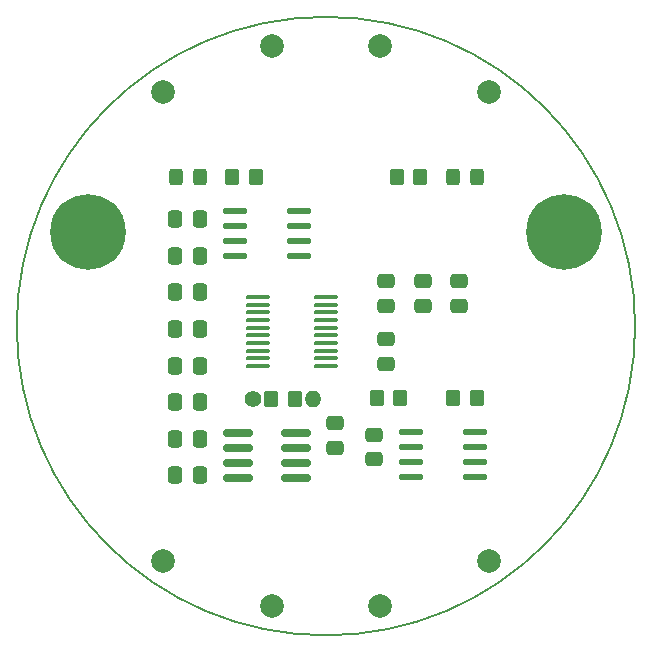
<source format=gbr>
%TF.GenerationSoftware,KiCad,Pcbnew,6.0.10-86aedd382b~118~ubuntu20.04.1*%
%TF.CreationDate,2023-01-12T10:33:16+01:00*%
%TF.ProjectId,thrust_controller,74687275-7374-45f6-936f-6e74726f6c6c,rev?*%
%TF.SameCoordinates,Original*%
%TF.FileFunction,Soldermask,Top*%
%TF.FilePolarity,Negative*%
%FSLAX46Y46*%
G04 Gerber Fmt 4.6, Leading zero omitted, Abs format (unit mm)*
G04 Created by KiCad (PCBNEW 6.0.10-86aedd382b~118~ubuntu20.04.1) date 2023-01-12 10:33:16*
%MOMM*%
%LPD*%
G01*
G04 APERTURE LIST*
G04 Aperture macros list*
%AMRoundRect*
0 Rectangle with rounded corners*
0 $1 Rounding radius*
0 $2 $3 $4 $5 $6 $7 $8 $9 X,Y pos of 4 corners*
0 Add a 4 corners polygon primitive as box body*
4,1,4,$2,$3,$4,$5,$6,$7,$8,$9,$2,$3,0*
0 Add four circle primitives for the rounded corners*
1,1,$1+$1,$2,$3*
1,1,$1+$1,$4,$5*
1,1,$1+$1,$6,$7*
1,1,$1+$1,$8,$9*
0 Add four rect primitives between the rounded corners*
20,1,$1+$1,$2,$3,$4,$5,0*
20,1,$1+$1,$4,$5,$6,$7,0*
20,1,$1+$1,$6,$7,$8,$9,0*
20,1,$1+$1,$8,$9,$2,$3,0*%
G04 Aperture macros list end*
%TA.AperFunction,Profile*%
%ADD10C,0.200000*%
%TD*%
%ADD11RoundRect,0.250000X-0.325000X-0.450000X0.325000X-0.450000X0.325000X0.450000X-0.325000X0.450000X0*%
%ADD12RoundRect,0.250000X0.337500X0.475000X-0.337500X0.475000X-0.337500X-0.475000X0.337500X-0.475000X0*%
%ADD13RoundRect,0.250000X-0.337500X-0.475000X0.337500X-0.475000X0.337500X0.475000X-0.337500X0.475000X0*%
%ADD14RoundRect,0.250000X-0.350000X-0.450000X0.350000X-0.450000X0.350000X0.450000X-0.350000X0.450000X0*%
%ADD15RoundRect,0.250000X0.475000X-0.337500X0.475000X0.337500X-0.475000X0.337500X-0.475000X-0.337500X0*%
%ADD16RoundRect,0.250000X-0.475000X0.337500X-0.475000X-0.337500X0.475000X-0.337500X0.475000X0.337500X0*%
%ADD17C,6.400000*%
%ADD18RoundRect,0.100000X-0.900000X-0.100000X0.900000X-0.100000X0.900000X0.100000X-0.900000X0.100000X0*%
%ADD19RoundRect,0.139500X0.860500X0.139500X-0.860500X0.139500X-0.860500X-0.139500X0.860500X-0.139500X0*%
%ADD20C,1.400000*%
%ADD21O,1.400000X1.400000*%
%ADD22RoundRect,0.250000X0.325000X0.450000X-0.325000X0.450000X-0.325000X-0.450000X0.325000X-0.450000X0*%
%ADD23RoundRect,0.133150X0.866850X0.133150X-0.866850X0.133150X-0.866850X-0.133150X0.866850X-0.133150X0*%
%ADD24RoundRect,0.150000X-1.100000X-0.150000X1.100000X-0.150000X1.100000X0.150000X-1.100000X0.150000X0*%
%ADD25C,2.000000*%
G04 APERTURE END LIST*
D10*
X169350000Y-83700000D02*
G75*
G03*
X169350000Y-83700000I-26180000J0D01*
G01*
D11*
%TO.C,D1*%
X130435000Y-71050000D03*
X132485000Y-71050000D03*
%TD*%
D12*
%TO.C,C21*%
X132497500Y-74650000D03*
X130422500Y-74650000D03*
%TD*%
D13*
%TO.C,C11*%
X130422500Y-93250000D03*
X132497500Y-93250000D03*
%TD*%
D14*
%TO.C,R1*%
X147460000Y-89750000D03*
X149460000Y-89750000D03*
%TD*%
D12*
%TO.C,C6*%
X132497500Y-80850000D03*
X130422500Y-80850000D03*
%TD*%
D15*
%TO.C,C19*%
X148260000Y-81987500D03*
X148260000Y-79912500D03*
%TD*%
D16*
%TO.C,C15*%
X148260000Y-84812500D03*
X148260000Y-86887500D03*
%TD*%
D17*
%TO.C,H2*%
X163300000Y-75700000D03*
%TD*%
D15*
%TO.C,C1*%
X143960000Y-93987500D03*
X143960000Y-91912500D03*
%TD*%
D18*
%TO.C,U6*%
X137447500Y-81225000D03*
X137447500Y-81875000D03*
X137447500Y-82525000D03*
X137447500Y-83175000D03*
X137447500Y-83825000D03*
X137447500Y-84475000D03*
X137447500Y-85125000D03*
X137447500Y-85775000D03*
X137447500Y-86425000D03*
X137447500Y-87075000D03*
X143172500Y-87075000D03*
X143172500Y-86425000D03*
X143172500Y-85775000D03*
X143172500Y-85125000D03*
X143172500Y-84475000D03*
X143172500Y-83825000D03*
X143172500Y-83175000D03*
X143172500Y-82525000D03*
X143172500Y-81875000D03*
X143172500Y-81225000D03*
%TD*%
D15*
%TO.C,C17*%
X154460000Y-81987500D03*
X154460000Y-79912500D03*
%TD*%
%TO.C,C2*%
X147260000Y-94987500D03*
X147260000Y-92912500D03*
%TD*%
D19*
%TO.C,U2*%
X155781348Y-96455000D03*
X155781348Y-95185000D03*
X155781348Y-93915000D03*
X155781348Y-92645000D03*
X150338652Y-92645000D03*
X150338652Y-93915000D03*
X150338652Y-95185000D03*
X150338652Y-96455000D03*
%TD*%
D15*
%TO.C,C18*%
X151360000Y-81987500D03*
X151360000Y-79912500D03*
%TD*%
D14*
%TO.C,R5*%
X135260000Y-71050000D03*
X137260000Y-71050000D03*
%TD*%
D20*
%TO.C,R6*%
X137020000Y-89850000D03*
D21*
X142100000Y-89850000D03*
%TD*%
D14*
%TO.C,R4*%
X153960000Y-89750000D03*
X155960000Y-89750000D03*
%TD*%
D12*
%TO.C,C20*%
X132497500Y-87050000D03*
X130422500Y-87050000D03*
%TD*%
%TO.C,C8*%
X132497500Y-77750000D03*
X130422500Y-77750000D03*
%TD*%
%TO.C,C12*%
X132497500Y-90150000D03*
X130422500Y-90150000D03*
%TD*%
D13*
%TO.C,C10*%
X130422500Y-96350000D03*
X132497500Y-96350000D03*
%TD*%
D17*
%TO.C,H1*%
X123040000Y-75700000D03*
%TD*%
D14*
%TO.C,R3*%
X138560000Y-89850000D03*
X140560000Y-89850000D03*
%TD*%
D12*
%TO.C,C22*%
X132497500Y-83950000D03*
X130422500Y-83950000D03*
%TD*%
D22*
%TO.C,D2*%
X155985000Y-71050000D03*
X153935000Y-71050000D03*
%TD*%
D23*
%TO.C,U5*%
X140881348Y-77755000D03*
X140881348Y-76485000D03*
X140881348Y-75215000D03*
X140881348Y-73945000D03*
X135438652Y-73945000D03*
X135438652Y-75215000D03*
X135438652Y-76485000D03*
X135438652Y-77755000D03*
%TD*%
D24*
%TO.C,U3*%
X135685000Y-92745000D03*
X135685000Y-94015000D03*
X135685000Y-95285000D03*
X135685000Y-96555000D03*
X140635000Y-96555000D03*
X140635000Y-95285000D03*
X140635000Y-94015000D03*
X140635000Y-92745000D03*
%TD*%
D14*
%TO.C,R2*%
X149160000Y-71050000D03*
X151160000Y-71050000D03*
%TD*%
D25*
%TO.C,TP6*%
X129370000Y-103560000D03*
%TD*%
%TO.C,TP1*%
X138570000Y-107440000D03*
%TD*%
%TO.C,TP7*%
X147770000Y-59960000D03*
%TD*%
%TO.C,TP5*%
X138570000Y-59960000D03*
%TD*%
%TO.C,TP4*%
X156970000Y-103560000D03*
%TD*%
%TO.C,TP3*%
X147770000Y-107440000D03*
%TD*%
%TO.C,TP2*%
X156970000Y-63840000D03*
%TD*%
%TO.C,TP8*%
X129370000Y-63840000D03*
%TD*%
M02*

</source>
